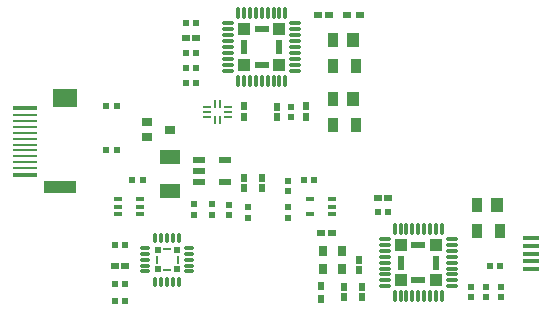
<source format=gtp>
G04 #@! TF.FileFunction,Paste,Top*
%FSLAX46Y46*%
G04 Gerber Fmt 4.6, Leading zero omitted, Abs format (unit mm)*
G04 Created by KiCad (PCBNEW (2016-06-03 BZR 6882, Git b4ad18a)-product) date Fri Jun  3 12:29:47 2016*
%MOMM*%
%LPD*%
G01*
G04 APERTURE LIST*
%ADD10C,0.100000*%
%ADD11O,1.050000X0.300000*%
%ADD12O,0.300000X1.050000*%
%ADD13R,1.000000X1.000000*%
%ADD14R,0.500000X1.200000*%
%ADD15R,1.200000X0.500000*%
%ADD16O,0.300000X1.000000*%
%ADD17O,1.000000X0.300000*%
%ADD18R,0.500000X0.500000*%
%ADD19R,0.800000X0.200000*%
%ADD20R,0.200000X0.800000*%
%ADD21R,2.000000X0.260000*%
%ADD22R,2.000000X0.410000*%
%ADD23R,2.000000X1.500000*%
%ADD24R,2.800000X1.000000*%
%ADD25R,1.350000X0.400000*%
%ADD26R,1.100000X1.300000*%
%ADD27R,0.900000X1.300000*%
%ADD28R,0.650000X0.850000*%
%ADD29R,0.600000X0.600000*%
%ADD30R,0.600000X0.650000*%
%ADD31R,0.650000X0.600000*%
%ADD32R,1.800000X1.200000*%
%ADD33R,1.100000X0.600000*%
%ADD34R,0.750000X0.400000*%
%ADD35R,0.850000X0.650000*%
%ADD36R,0.500000X0.700000*%
%ADD37R,0.700000X0.500000*%
G04 APERTURE END LIST*
D10*
D11*
X46850000Y-11000000D03*
X46850000Y-10500000D03*
X46850000Y-10000000D03*
X46850000Y-9500000D03*
X46850000Y-9000000D03*
X46850000Y-8500000D03*
X46850000Y-8000000D03*
X46850000Y-7500000D03*
X46850000Y-7000000D03*
D12*
X46000000Y-6150000D03*
X45500000Y-6150000D03*
X45000000Y-6150000D03*
X44500000Y-6150000D03*
X44000000Y-6150000D03*
X43500000Y-6150000D03*
X43000000Y-6150000D03*
X42500000Y-6150000D03*
X42000000Y-6150000D03*
D11*
X41150000Y-7000000D03*
X41150000Y-7500000D03*
X41150000Y-8000000D03*
X41150000Y-8500000D03*
X41150000Y-9000000D03*
X41150000Y-9500000D03*
X41150000Y-10000000D03*
X41150000Y-10500000D03*
X41150000Y-11000000D03*
D12*
X42000000Y-11850000D03*
X42500000Y-11850000D03*
X43000000Y-11850000D03*
X43500000Y-11850000D03*
X44000000Y-11850000D03*
X44500000Y-11850000D03*
X45000000Y-11850000D03*
X45500000Y-11850000D03*
X46000000Y-11850000D03*
D13*
X42500000Y-10500000D03*
X45500000Y-10500000D03*
X45500000Y-7500000D03*
X42500000Y-7500000D03*
D14*
X45500000Y-9000000D03*
X42500000Y-9000000D03*
D15*
X44000000Y-10500000D03*
X44000000Y-7500000D03*
D11*
X54400000Y-25250000D03*
X54400000Y-25750000D03*
X54400000Y-26250000D03*
X54400000Y-26750000D03*
X54400000Y-27250000D03*
X54400000Y-27750000D03*
X54400000Y-28250000D03*
X54400000Y-28750000D03*
X54400000Y-29250000D03*
D12*
X55250000Y-30100000D03*
X55750000Y-30100000D03*
X56250000Y-30100000D03*
X56750000Y-30100000D03*
X57250000Y-30100000D03*
X57750000Y-30100000D03*
X58250000Y-30100000D03*
X58750000Y-30100000D03*
X59250000Y-30100000D03*
D11*
X60100000Y-29250000D03*
X60100000Y-28750000D03*
X60100000Y-28250000D03*
X60100000Y-27750000D03*
X60100000Y-27250000D03*
X60100000Y-26750000D03*
X60100000Y-26250000D03*
X60100000Y-25750000D03*
X60100000Y-25250000D03*
D12*
X59250000Y-24400000D03*
X58750000Y-24400000D03*
X58250000Y-24400000D03*
X57750000Y-24400000D03*
X57250000Y-24400000D03*
X56750000Y-24400000D03*
X56250000Y-24400000D03*
X55750000Y-24400000D03*
X55250000Y-24400000D03*
D13*
X58750000Y-25750000D03*
X55750000Y-25750000D03*
X55750000Y-28750000D03*
X58750000Y-28750000D03*
D14*
X55750000Y-27250000D03*
X58750000Y-27250000D03*
D15*
X57250000Y-25750000D03*
X57250000Y-28750000D03*
D16*
X37000000Y-25150000D03*
X36500000Y-25150000D03*
X36000000Y-25150000D03*
X35500000Y-25150000D03*
X35000000Y-25150000D03*
D17*
X34150000Y-26000000D03*
X34150000Y-26500000D03*
X34150000Y-27000000D03*
X34150000Y-27500000D03*
X34150000Y-28000000D03*
D16*
X35000000Y-28850000D03*
X35500000Y-28850000D03*
X36000000Y-28850000D03*
X36500000Y-28850000D03*
X37000000Y-28850000D03*
D17*
X37850000Y-28000000D03*
X37850000Y-27500000D03*
X37850000Y-27000000D03*
X37850000Y-26500000D03*
X37850000Y-26000000D03*
D18*
X36800000Y-27800000D03*
X36800000Y-26200000D03*
X35200000Y-26200000D03*
X35200000Y-27800000D03*
D19*
X36000000Y-27900000D03*
X36000000Y-26100000D03*
D20*
X36900000Y-27000000D03*
X35100000Y-27000000D03*
D21*
X23950000Y-14750000D03*
X23950000Y-15250000D03*
X23950000Y-15750000D03*
X23950000Y-16250000D03*
X23950000Y-16750000D03*
X23950000Y-17250000D03*
X23950000Y-17750000D03*
X23950000Y-18250000D03*
X23950000Y-18750000D03*
X23950000Y-19250000D03*
D22*
X23950000Y-14175000D03*
X23950000Y-19825000D03*
D23*
X27300000Y-13325000D03*
D24*
X26900000Y-20825000D03*
D25*
X66800000Y-27800000D03*
X66800000Y-27150000D03*
X66800000Y-26500000D03*
X66800000Y-25850000D03*
X66800000Y-25200000D03*
D20*
X40450000Y-13800000D03*
X40050000Y-13800000D03*
X40050000Y-15200000D03*
X40450000Y-15200000D03*
D19*
X39350000Y-14100000D03*
X39350000Y-14500000D03*
X39350000Y-14900000D03*
X41150000Y-14500000D03*
X41150000Y-14100000D03*
X41150000Y-14900000D03*
D26*
X63950000Y-22400000D03*
D27*
X62250000Y-22400000D03*
X62250000Y-24600000D03*
X64150000Y-24600000D03*
D26*
X51750000Y-8400000D03*
D27*
X50050000Y-8400000D03*
X50050000Y-10600000D03*
X51950000Y-10600000D03*
D26*
X51750000Y-13400000D03*
D27*
X50050000Y-13400000D03*
X50050000Y-15600000D03*
X51950000Y-15600000D03*
D28*
X49175000Y-27775000D03*
X50825000Y-27775000D03*
X50825000Y-26225000D03*
X49175000Y-26225000D03*
D29*
X46250000Y-20300000D03*
X46250000Y-21200000D03*
X53800000Y-23000000D03*
X54700000Y-23000000D03*
X61750000Y-29300000D03*
X61750000Y-30200000D03*
X63300000Y-27500000D03*
X64200000Y-27500000D03*
X31700000Y-17750000D03*
X30800000Y-17750000D03*
X38450000Y-12000000D03*
X37550000Y-12000000D03*
X33950000Y-20250000D03*
X33050000Y-20250000D03*
X46250000Y-22550000D03*
X46250000Y-23450000D03*
X46500000Y-14950000D03*
X46500000Y-14050000D03*
X64250000Y-29300000D03*
X64250000Y-30200000D03*
X63000000Y-29300000D03*
X63000000Y-30200000D03*
X38450000Y-10750000D03*
X37550000Y-10750000D03*
X38450000Y-9500000D03*
X37550000Y-9500000D03*
X31700000Y-14000000D03*
X30800000Y-14000000D03*
X38450000Y-7000000D03*
X37550000Y-7000000D03*
X48450000Y-20250000D03*
X47550000Y-20250000D03*
D30*
X45250000Y-14950000D03*
X45250000Y-14050000D03*
D31*
X53800000Y-21750000D03*
X54700000Y-21750000D03*
X48800000Y-6250000D03*
X49700000Y-6250000D03*
D30*
X52500000Y-29300000D03*
X52500000Y-30200000D03*
X47750000Y-14900000D03*
X47750000Y-14000000D03*
D31*
X37550000Y-8250000D03*
X38450000Y-8250000D03*
X49950000Y-24750000D03*
X49050000Y-24750000D03*
D30*
X52250000Y-27900000D03*
X52250000Y-27000000D03*
X51000000Y-29300000D03*
X51000000Y-30200000D03*
X42500000Y-14900000D03*
X42500000Y-14000000D03*
D32*
X36250000Y-18300000D03*
X36250000Y-21200000D03*
D33*
X38650000Y-18550000D03*
X38650000Y-20450000D03*
X38650000Y-19500000D03*
X40850000Y-20450000D03*
X40850000Y-18550000D03*
D30*
X42500000Y-20950000D03*
X42500000Y-20050000D03*
X44000000Y-20950000D03*
X44000000Y-20050000D03*
D34*
X33700000Y-22500000D03*
X31800000Y-21850000D03*
X31800000Y-23150000D03*
X31800000Y-22500000D03*
X33700000Y-23150000D03*
X33700000Y-21850000D03*
D35*
X34300000Y-15350000D03*
X34300000Y-16650000D03*
X36200000Y-16000000D03*
D31*
X31550000Y-27500000D03*
X32450000Y-27500000D03*
D29*
X39750000Y-22300000D03*
X39750000Y-23200000D03*
X32450000Y-30500000D03*
X31550000Y-30500000D03*
X31550000Y-29050000D03*
X32450000Y-29050000D03*
X38250000Y-23200000D03*
X38250000Y-22300000D03*
D36*
X49000000Y-30350000D03*
X49000000Y-29250000D03*
D37*
X52300000Y-6250000D03*
X51200000Y-6250000D03*
D29*
X42800000Y-23450000D03*
X42800000Y-22550000D03*
X41200000Y-23250000D03*
X41200000Y-22350000D03*
X31550000Y-25750000D03*
X32450000Y-25750000D03*
D34*
X49950000Y-23150000D03*
X49950000Y-21850000D03*
X49950000Y-22500000D03*
X48050000Y-21850000D03*
X48050000Y-23150000D03*
M02*

</source>
